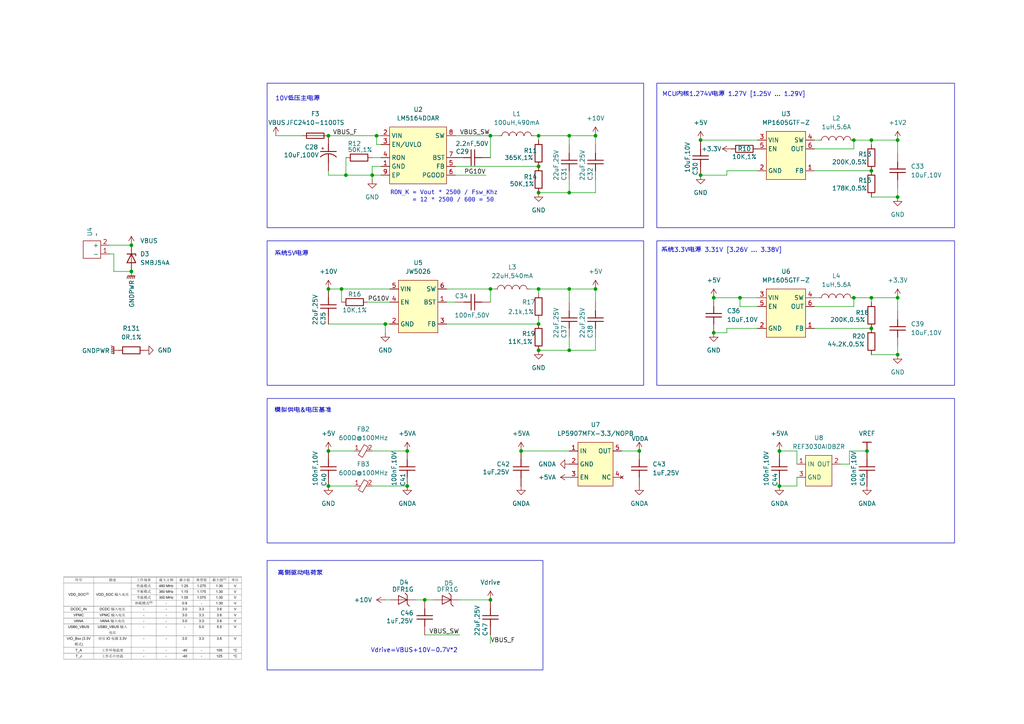
<source format=kicad_sch>
(kicad_sch (version 20250114) (generator "eeschema") (generator_version "9.0")
  (paper "A4")
  (rectangle (start 77.47 162.56) (end 157.48 194.31))
  (rectangle (start 77.47 115.57) (end 276.86 157.48))
  (rectangle (start 190.5 24.13) (end 276.86 66.04))
  (rectangle (start 190.5 69.85) (end 276.86 111.76))
  (rectangle (start 77.47 69.85) (end 186.69 111.76))
  (rectangle (start 77.47 24.13) (end 186.69 66.04))
  (text "10V低压主电源" (at 86.36 28.702 0) (effects (font (size 1.27 1.27))))
  (text "Vdrive=VBUS+10V-0.7V*2" (at 120.142 188.722 0) (effects (font (size 1.27 1.27))))
  (text "MCU内核1.274V电源 1.27V [1.25V ... 1.29V]" (at 212.852 27.432 0) (effects (font (size 1.27 1.27))))
  (text "高侧驱动电荷泵" (at 87.122 166.37 0) (effects (font (size 1.27 1.27))))
  (text "RON_K = Vout * 2500 / Fsw_Khz\n      = 12 * 2500 / 600 = 50" (exclude_from_sim yes) (at 113.284 57.404 0) (effects (font (size 1.27 1.27)) (justify left)))
  (text "模拟供电&电压基准" (at 87.884 119.126 0) (effects (font (size 1.27 1.27))))
  (text "系统3.3V电源 3.31V [3.26V ... 3.38V]" (at 209.296 72.644 0) (effects (font (size 1.27 1.27))))
  (text "系统5V电源" (at 84.582 73.66 0) (effects (font (size 1.27 1.27))))
  (junction (at 156.21 39.37))
  (junction (at 260.35 86.36))
  (junction (at 123.19 173.99))
  (junction (at 260.35 40.64))
  (junction (at 95.25 39.37))
  (junction (at 38.1 78.74))
  (junction (at 172.72 39.37))
  (junction (at 252.73 40.64))
  (junction (at 247.65 40.64))
  (junction (at 107.95 50.8))
  (junction (at 165.1 39.37))
  (junction (at 226.06 130.81))
  (junction (at 95.25 130.81))
  (junction (at 207.01 96.52))
  (junction (at 172.72 83.82))
  (junction (at 151.13 130.81))
  (junction (at 99.06 83.82))
  (junction (at 95.25 140.97))
  (junction (at 260.35 102.87))
  (junction (at 214.63 86.36))
  (junction (at 109.22 39.37))
  (junction (at 252.73 49.53))
  (junction (at 156.21 101.6))
  (junction (at 118.11 130.81))
  (junction (at 260.35 57.15))
  (junction (at 38.1 71.12))
  (junction (at 156.21 93.98))
  (junction (at 111.76 93.98))
  (junction (at 165.1 83.82))
  (junction (at 207.01 86.36))
  (junction (at 251.46 130.81))
  (junction (at 142.24 39.37))
  (junction (at 156.21 83.82))
  (junction (at 226.06 140.97))
  (junction (at 142.24 173.99))
  (junction (at 203.2 50.8))
  (junction (at 165.1 55.88))
  (junction (at 252.73 95.25))
  (junction (at 185.42 130.81))
  (junction (at 118.11 140.97))
  (junction (at 203.2 40.64))
  (junction (at 165.1 101.6))
  (junction (at 252.73 86.36))
  (junction (at 247.65 86.36))
  (junction (at 142.24 83.82))
  (junction (at 100.33 50.8))
  (junction (at 95.25 83.82))
  (junction (at 156.21 48.26))
  (junction (at 156.21 55.88))
  (wire (pts (xy 165.1 39.37) (xy 172.72 39.37)))
  (wire (pts (xy 143.51 83.82) (xy 142.24 83.82)))
  (wire (pts (xy 226.06 130.81) (xy 231.14 130.81)))
  (wire (pts (xy 165.1 101.6) (xy 165.1 97.79)))
  (wire (pts (xy 156.21 55.88) (xy 165.1 55.88)))
  (wire (pts (xy 144.78 39.37) (xy 142.24 39.37)))
  (wire (pts (xy 102.87 140.97) (xy 95.25 140.97)))
  (wire (pts (xy 247.65 88.9) (xy 247.65 86.36)))
  (wire (pts (xy 142.24 186.69) (xy 142.24 184.15)))
  (wire (pts (xy 99.06 83.82) (xy 113.03 83.82)))
  (wire (pts (xy 142.24 39.37) (xy 142.24 45.72)))
  (wire (pts (xy 236.22 95.25) (xy 252.73 95.25)))
  (wire (pts (xy 132.08 48.26) (xy 156.21 48.26)))
  (wire (pts (xy 210.82 50.8) (xy 203.2 50.8)))
  (wire (pts (xy 260.35 90.17) (xy 260.35 86.36)))
  (wire (pts (xy 154.94 39.37) (xy 156.21 39.37)))
  (wire (pts (xy 219.71 95.25) (xy 210.82 95.25)))
  (wire (pts (xy 110.49 41.91) (xy 109.22 41.91)))
  (wire (pts (xy 252.73 102.87) (xy 260.35 102.87)))
  (wire (pts (xy 125.73 173.99) (xy 123.19 173.99)))
  (wire (pts (xy 156.21 40.64) (xy 156.21 39.37)))
  (wire (pts (xy 111.76 173.99) (xy 113.03 173.99)))
  (wire (pts (xy 214.63 86.36) (xy 214.63 88.9)))
  (wire (pts (xy 203.2 40.64) (xy 219.71 40.64)))
  (wire (pts (xy 180.34 130.81) (xy 185.42 130.81)))
  (wire (pts (xy 165.1 87.63) (xy 165.1 83.82)))
  (wire (pts (xy 132.08 50.8) (xy 140.97 50.8)))
  (wire (pts (xy 142.24 83.82) (xy 142.24 87.63)))
  (wire (pts (xy 172.72 52.07) (xy 172.72 55.88)))
  (wire (pts (xy 123.19 184.15) (xy 133.35 184.15)))
  (wire (pts (xy 247.65 86.36) (xy 252.73 86.36)))
  (wire (pts (xy 107.95 45.72) (xy 110.49 45.72)))
  (wire (pts (xy 251.46 130.81) (xy 246.38 130.81)))
  (wire (pts (xy 33.02 78.74) (xy 33.02 73.66)))
  (wire (pts (xy 109.22 39.37) (xy 110.49 39.37)))
  (wire (pts (xy 109.22 41.91) (xy 109.22 39.37)))
  (wire (pts (xy 110.49 48.26) (xy 107.95 48.26)))
  (wire (pts (xy 252.73 87.63) (xy 252.73 86.36)))
  (wire (pts (xy 33.02 73.66) (xy 31.75 73.66)))
  (wire (pts (xy 246.38 130.81) (xy 246.38 134.62)))
  (wire (pts (xy 95.25 83.82) (xy 99.06 83.82)))
  (wire (pts (xy 129.54 87.63) (xy 132.08 87.63)))
  (wire (pts (xy 260.35 57.15) (xy 260.35 54.61)))
  (wire (pts (xy 99.06 87.63) (xy 99.06 83.82)))
  (wire (pts (xy 210.82 96.52) (xy 207.01 96.52)))
  (wire (pts (xy 247.65 43.18) (xy 247.65 40.64)))
  (wire (pts (xy 172.72 41.91) (xy 172.72 39.37)))
  (wire (pts (xy 207.01 86.36) (xy 214.63 86.36)))
  (wire (pts (xy 252.73 86.36) (xy 260.35 86.36)))
  (wire (pts (xy 38.1 78.74) (xy 33.02 78.74)))
  (wire (pts (xy 236.22 88.9) (xy 247.65 88.9)))
  (wire (pts (xy 214.63 88.9) (xy 219.71 88.9)))
  (wire (pts (xy 107.95 140.97) (xy 118.11 140.97)))
  (wire (pts (xy 219.71 49.53) (xy 210.82 49.53)))
  (wire (pts (xy 236.22 43.18) (xy 247.65 43.18)))
  (wire (pts (xy 252.73 57.15) (xy 260.35 57.15)))
  (wire (pts (xy 120.65 173.99) (xy 123.19 173.99)))
  (wire (pts (xy 129.54 83.82) (xy 142.24 83.82)))
  (wire (pts (xy 95.25 49.53) (xy 95.25 50.8)))
  (wire (pts (xy 151.13 130.81) (xy 165.1 130.81)))
  (wire (pts (xy 100.33 50.8) (xy 107.95 50.8)))
  (wire (pts (xy 252.73 41.91) (xy 252.73 40.64)))
  (wire (pts (xy 226.06 140.97) (xy 231.14 140.97)))
  (wire (pts (xy 236.22 49.53) (xy 252.73 49.53)))
  (wire (pts (xy 165.1 83.82) (xy 172.72 83.82)))
  (wire (pts (xy 113.03 93.98) (xy 111.76 93.98)))
  (wire (pts (xy 106.68 87.63) (xy 113.03 87.63)))
  (wire (pts (xy 156.21 39.37) (xy 165.1 39.37)))
  (wire (pts (xy 102.87 130.81) (xy 95.25 130.81)))
  (wire (pts (xy 237.49 86.36) (xy 236.22 86.36)))
  (wire (pts (xy 231.14 140.97) (xy 231.14 138.43)))
  (wire (pts (xy 260.35 102.87) (xy 260.35 100.33)))
  (wire (pts (xy 38.1 71.12) (xy 31.75 71.12)))
  (wire (pts (xy 260.35 44.45) (xy 260.35 40.64)))
  (wire (pts (xy 107.95 130.81) (xy 118.11 130.81)))
  (wire (pts (xy 156.21 83.82) (xy 165.1 83.82)))
  (wire (pts (xy 210.82 95.25) (xy 210.82 96.52)))
  (wire (pts (xy 172.72 83.82) (xy 172.72 87.63)))
  (wire (pts (xy 165.1 55.88) (xy 172.72 55.88)))
  (wire (pts (xy 95.25 93.98) (xy 111.76 93.98)))
  (wire (pts (xy 153.67 83.82) (xy 156.21 83.82)))
  (wire (pts (xy 107.95 48.26) (xy 107.95 50.8)))
  (wire (pts (xy 214.63 86.36) (xy 219.71 86.36)))
  (wire (pts (xy 95.25 39.37) (xy 109.22 39.37)))
  (wire (pts (xy 165.1 52.07) (xy 165.1 55.88)))
  (wire (pts (xy 107.95 50.8) (xy 107.95 52.07)))
  (wire (pts (xy 129.54 93.98) (xy 156.21 93.98)))
  (wire (pts (xy 247.65 40.64) (xy 252.73 40.64)))
  (wire (pts (xy 165.1 101.6) (xy 172.72 101.6)))
  (wire (pts (xy 156.21 93.98) (xy 156.21 92.71)))
  (wire (pts (xy 95.25 50.8) (xy 100.33 50.8)))
  (wire (pts (xy 156.21 83.82) (xy 156.21 85.09)))
  (wire (pts (xy 172.72 101.6) (xy 172.72 97.79)))
  (wire (pts (xy 231.14 130.81) (xy 231.14 134.62)))
  (wire (pts (xy 100.33 45.72) (xy 100.33 50.8)))
  (wire (pts (xy 107.95 50.8) (xy 110.49 50.8)))
  (wire (pts (xy 111.76 93.98) (xy 111.76 96.52)))
  (wire (pts (xy 246.38 134.62) (xy 243.84 134.62)))
  (wire (pts (xy 210.82 49.53) (xy 210.82 50.8)))
  (wire (pts (xy 132.08 39.37) (xy 142.24 39.37)))
  (wire (pts (xy 156.21 101.6) (xy 165.1 101.6)))
  (wire (pts (xy 133.35 173.99) (xy 142.24 173.99)))
  (wire (pts (xy 165.1 41.91) (xy 165.1 39.37)))
  (wire (pts (xy 237.49 40.64) (xy 236.22 40.64)))
  (wire (pts (xy 252.73 40.64) (xy 260.35 40.64)))
  (wire (pts (xy 80.01 39.37) (xy 87.63 39.37)))
  (image (at 44.45 179.07) (scale 0.467005))
  (label "VBUS_SW" (at 133.35 39.37 0))
  (label "PG10V" (at 106.68 87.63 0))
  (label "VBUS_F" (at 142.24 186.69 0))
  (label "VBUS_SW" (at 124.46 184.15 0))
  (label "VBUS_F" (at 96.52 39.37 0))
  (label "PG10V" (at 134.62 50.8 0))
  (symbol (lib_id "power:VBUS") (at 38.1 71.12 0) (unit 1)
    (property "Reference" "#PWR042" (effects (hide yes)))
    (property "Value" "VBUS" (at 40.64 69.8499 0) (effects (justify left)))
    (property "Description" "Power symbol creates a global label with name \"VBUS\"" (effects (hide yes)))
  )
  (symbol (lib_id "power:+5V") (at 95.25 130.81 0) (unit 1)
    (property "Reference" "#PWR052" (effects (hide yes)))
    (property "Value" "+5V" (at 95.25 125.73 0))
    (property "Description" "Power symbol creates a global label with name \"+5V\"" (effects (hide yes)))
  )
  (symbol (lib_id "power:+5V") (at 207.01 86.36 0) (unit 1)
    (property "Reference" "#PWR046" (effects (hide yes)))
    (property "Value" "+5V" (at 207.01 81.28 0))
    (property "Description" "Power symbol creates a global label with name \"+5V\"" (effects (hide yes)))
  )
  (symbol (lib_id "HPM6280Foc:REF3030AIDBZR") (at 233.68 132.08 0) (unit 1)
    (property "Reference" "U8" (at 237.49 127 0))
    (property "Value" "REF3030AIDBZR" (at 237.49 129.54 0))
    (property "Footprint" "Package_TO_SOT_SMD:SOT-23-3" (effects (hide yes)))
    (property "Datasheet" "https://www.ti.com.cn/cn/lit/ds/symlink/ref30.pdf?ts=1749214506653&ref_url=https%253A%252F%252Fwww.ti.com.cn%252Fproduct%252Fcn%252FREF30" (effects (hide yes)))
    (property "Description" "采用 SOT-23-3 封装的 REF30xx 50ppm/°C（最大值）、50μA、CMOS 电压基准" (effects (hide yes)))
    (property "华秋编号" "G0086410" (effects (hide yes)))
    (property "立创编号" "C38423" (effects (hide yes)))
  )
  (symbol (lib_id "HPM6280Foc:MP1605GTF-Z") (at 222.25 38.1 0) (unit 1)
    (property "Reference" "U3" (at 227.965 33.02 0))
    (property "Value" "MP1605GTF-Z" (at 227.965 35.56 0))
    (property "Footprint" "Package_TO_SOT_SMD:SOT-563" (effects (hide yes)))
    (property "Datasheet" "https://www.monolithicpower.cn/cn/mp1605.html" (effects (hide yes)))
    (property "Description" "2A、5.5V、2.2MHz 同步降压变换器，具有 11µA 低静态电流，采用 SOT563 封装" (effects (hide yes)))
    (property "华秋编号" "G4613853" (effects (hide yes)))
  )
  (symbol (lib_id "HPM6280Foc:FNR4030S101MT") (at 149.86 39.37 0) (unit 1)
    (property "Reference" "L1" (at 149.86 33.02 0))
    (property "Value" "100uH,490mA" (at 149.86 35.56 0))
    (property "Footprint" "Inductor_SMD:L_Changjiang_FNR4030S" (effects (hide yes)))
    (property "Datasheet" "https://atta.szlcsc.com/upload/public/pdf/source/20190327/C167925_9EFF0AABC4CA629C2CC95961DBF7D39D.pdf" (effects (hide yes)))
    (property "Description" "100uH 20%, 额定电流 490mA, 饱和电流 730mA, 直流电阻 1.495Ω" (effects (hide yes)))
    (property "立创编号" "C167896" (effects (hide yes)))
  )
  (symbol (lib_id "power:+1V2") (at 260.35 40.64 0) (unit 1)
    (property "Reference" "#PWR036" (effects (hide yes)))
    (property "Value" "+1V2" (at 260.35 35.56 0))
    (property "Description" "Power symbol creates a global label with name \"+1V2\"" (effects (hide yes)))
  )
  (symbol (lib_id "HPM6280Foc:JFC2410-1100TS") (at 91.44 39.37 90) (unit 1)
    (property "Reference" "F3" (at 91.44 33.02 90))
    (property "Value" "JFC2410-1100TS" (at 91.44 35.56 90))
    (property "Footprint" "Library:JFC2410" (effects (hide yes)))
    (property "Datasheet" "https://item.szlcsc.com/datasheet/JFC2410-1100TS/147695.html?spm=sc.it.xds.a___sc.cidn.xh7.zy.n&lcsc_vid=RFRfBVcDE1AKVwFQFlNZVFdVEVVeBlJXT1hWXgUERFUxVlNTRlZWVVFRTlldXztW" (effects (hide yes)))
    (property "Description" "250V贴片式保险丝" (effects (hide yes)))
    (property "立创编号" "C136380" (effects (hide yes)))
  )
  (symbol (lib_id "HPM6280Foc:MP1605GTF-Z") (at 222.25 83.82 0) (unit 1)
    (property "Reference" "U6" (at 227.965 78.74 0))
    (property "Value" "MP1605GTF-Z" (at 227.965 81.28 0))
    (property "Footprint" "Package_TO_SOT_SMD:SOT-563" (effects (hide yes)))
    (property "Datasheet" "https://www.monolithicpower.cn/cn/mp1605.html" (effects (hide yes)))
    (property "Description" "2A、5.5V、2.2MHz 同步降压变换器，具有 11µA 低静态电流，采用 SOT563 封装" (effects (hide yes)))
    (property "华秋编号" "G4613853" (effects (hide yes)))
  )
  (symbol (lib_id "HPM6280Foc:CL05A105KA5NQNC") (at 123.19 179.07 90) (unit 1)
    (property "Reference" "C46" (at 116.078 177.8 90) (effects (justify right)))
    (property "Value" "1uF,25V" (at 112.014 180.086 90) (effects (justify right)))
    (property "Footprint" "Capacitor_SMD:C_0402_1005Metric" (effects (hide yes)))
    (property "制造商" "SAMSUNG(三星)" (effects (hide yes)))
    (property "华秋编号" "G0023341" (effects (hide yes)))
    (property "立创编号" "C52923" (effects (hide yes)))
  )
  (symbol (lib_id "HPM6280Foc:0402WGF1102TCE") (at 156.21 97.79 90) (unit 1)
    (property "Reference" "R19" (at 151.384 96.774 90) (effects (justify right)))
    (property "Value" "11K,1%" (at 147.32 99.06 90) (effects (justify right)))
    (property "Footprint" "Resistor_SMD:R_0402_1005Metric" (effects (hide yes)))
    (property "制造商" "UNI-ROYAL(厚声)" (effects (hide yes)))
    (property "华秋编号" "G0068206" (effects (hide yes)))
    (property "立创编号" "C25749" (effects (hide yes)))
  )
  (symbol (lib_id "power:+5VA") (at 151.13 130.81 0) (unit 1)
    (property "Reference" "#PWR054" (effects (hide yes)))
    (property "Value" "+5VA" (at 151.13 125.73 0))
    (property "Description" "Power symbol creates a global label with name \"+5VA\"" (effects (hide yes)))
  )
  (symbol (lib_id "HPM6280Foc:RC0201DR-07200KL") (at 252.73 45.72 90) (unit 1)
    (property "Reference" "R13" (at 248.92 44.704 90) (effects (justify right)))
    (property "Value" "200K,0.5%" (at 246.38 46.99 90))
    (property "Footprint" "Resistor_SMD:R_0201_0603Metric" (effects (hide yes)))
    (property "Datasheet" "https://item.szlcsc.com/datasheet/RC0201DR-07200KL/911994.html?spm=sc.it.xds.a___sc.cidn.xh2.zy.n&lcsc_vid=RFBZU1BXFlVXXwIAFldZUQYEEwRfUwFQQVdcX1JeQ1cxVlNSTldbUVNeRVNbXjtW" (effects (hide yes)))
    (property "Description" "厚膜电阻 200kΩ ±0.5% 50mW" (effects (hide yes)))
    (property "Sim.Device" "R" (effects (hide yes)))
    (property "Sim.Type" "=" (effects (hide yes)))
    (property "Sim.Params" "r=2000000" (effects (hide yes)))
    (property "Sim.Pins" "1=+ 2=-" (effects (hide yes)))
    (property "立创编号" "C851676" (effects (hide yes)))
  )
  (symbol (lib_id "power:GND") (at 156.21 101.6 0) (unit 1)
    (property "Reference" "#PWR050" (effects (hide yes)))
    (property "Value" "GND" (at 156.21 106.68 0))
    (property "Description" "Power symbol creates a global label with name \"GND\" , ground" (effects (hide yes)))
  )
  (symbol (lib_id "HPM6280Foc:CL21A226MAYNNNE") (at 165.1 92.71 90) (unit 1)
    (property "Reference" "C37" (at 163.576 94.234 0) (effects (justify right)))
    (property "Value" "22uF,25V" (at 161.29 89.154 0) (effects (justify right)))
    (property "Footprint" "Capacitor_SMD:C_0805_2012Metric" (effects (hide yes)))
    (property "制造商" "SAMSUNG(三星)" (effects (hide yes)))
    (property "华秋编号" "G4648622" (effects (hide yes)))
    (property "立创编号" "C602037" (effects (hide yes)))
  )
  (symbol (lib_id "HPM6280Foc:RC0201DR-07200KL") (at 252.73 91.44 90) (unit 1)
    (property "Reference" "R18" (at 248.158 90.678 90) (effects (justify right)))
    (property "Value" "200K,0.5%" (at 245.872 92.71 90))
    (property "Footprint" "Resistor_SMD:R_0201_0603Metric" (effects (hide yes)))
    (property "Datasheet" "https://item.szlcsc.com/datasheet/RC0201DR-07200KL/911994.html?spm=sc.it.xds.a___sc.cidn.xh2.zy.n&lcsc_vid=RFBZU1BXFlVXXwIAFldZUQYEEwRfUwFQQVdcX1JeQ1cxVlNSTldbUVNeRVNbXjtW" (effects (hide yes)))
    (property "Description" "厚膜电阻 200kΩ ±0.5% 50mW" (effects (hide yes)))
    (property "Sim.Device" "R" (effects (hide yes)))
    (property "Sim.Type" "=" (effects (hide yes)))
    (property "Sim.Params" "r=2000000" (effects (hide yes)))
    (property "Sim.Pins" "1=+ 2=-" (effects (hide yes)))
    (property "立创编号" "C851676" (effects (hide yes)))
  )
  (symbol (lib_id "HPM6280Foc:CL05A106MP5NUNC") (at 203.2 45.72 90) (unit 1)
    (property "Reference" "C30" (at 201.676 46.99 0) (effects (justify right)))
    (property "Value" "10uF,10V" (at 199.39 41.148 0) (effects (justify right)))
    (property "Footprint" "Capacitor_SMD:C_0402_1005Metric" (effects (hide yes)))
    (property "Datasheet" "https://atta.szlcsc.com/upload/public/pdf/source/20231220/1EF805BAE1520675928CC4638D279E74.pdf" (effects (hide yes)))
    (property "华秋编号" "G0022855" (effects (hide yes)))
    (property "立创编号" "C315248" (effects (hide yes)))
  )
  (symbol (lib_id "HPM6280Foc:CL21A226MAYNNNE") (at 172.72 46.99 90) (unit 1)
    (property "Reference" "C32" (at 171.196 48.514 0) (effects (justify right)))
    (property "Value" "22uF,25V" (at 168.91 43.434 0) (effects (justify right)))
    (property "Footprint" "Capacitor_SMD:C_0805_2012Metric" (effects (hide yes)))
    (property "制造商" "SAMSUNG(三星)" (effects (hide yes)))
    (property "华秋编号" "G4648622" (effects (hide yes)))
    (property "立创编号" "C602037" (effects (hide yes)))
  )
  (symbol (lib_id "HPM6280Foc:DFR1G") (at 116.84 173.99 180) (unit 1)
    (property "Reference" "D4" (at 115.824 168.91 0) (effects (justify right)))
    (property "Value" "DFR1G" (at 116.84 170.942 0))
    (property "Footprint" "Diode_SMD:D_SOD-123" (effects (hide yes)))
    (property "Datasheet" "https://item.szlcsc.com/datasheet/DFR1G/988125.html?spm=sc.it.xds.a___sc.gbn.xh2.zy.t&lcsc_vid=RFBZU1BXFlVXXwIAFldZUQYEEwRfUwFQQVdcX1JeQ1cxVlNSTlJYXlRUQFVaUTsOAxUeFF5JWBIBSRccGwIdBEoFGAxBAAgJFQACSQwSGg0%3D" (effects (hide yes)))
    (property "Description" "快恢复/高效率二极管 1A 400V 150ns" (effects (hide yes)))
    (property "立创编号" "C915612" (effects (hide yes)))
  )
  (symbol (lib_id "HPM6280Foc:FTC252012S1R0MBCA") (at 242.57 40.64 0) (unit 1)
    (property "Reference" "L2" (at 242.57 34.29 0))
    (property "Value" "1uH,5.6A" (at 242.57 36.83 0))
    (property "Footprint" "Inductor_SMD:L_Changjiang_FNR252012S" (effects (hide yes)))
    (property "Datasheet" "https://atta.szlcsc.com/upload/public/pdf/source/20240918/5AD8A1A0D9C2859F32750FF2CC514AFA.pdf?Expires=4070880000&OSSAccessKeyId=LTAIJDIkh7KmGS1H&Signature=eqZS0TbNmJvnt42LNOBqcLcFTVQ%3D&response-content-disposition=attachment%3Bfilename%3DC5832370_%25E5%258A%259F%25E7%258E%2587%25E7%2594%25B5%25E6%2584%259F_FTC252012S1R0MBCA_%25E8%25A7%2584%25E6%25A0%25BC%25E4%25B9%25A6_WJ1228177.PDF" (effects (hide yes)))
    (property "Description" "小型化一体成型T-CORE，小体积，扁线工艺，感值小" (effects (hide yes)))
    (property "Sim.Device" "L" (effects (hide yes)))
    (property "Sim.Type" "=" (effects (hide yes)))
    (property "Sim.Params" "l=0.000001" (effects (hide yes)))
    (property "Sim.Pins" "1=+ 2=-" (effects (hide yes)))
    (property "华秋编号" "G6636520" (effects (hide yes)))
    (property "立创编号" "C5832370" (effects (hide yes)))
  )
  (symbol (lib_id "HPM6280Foc:BLM15PX601SN1D") (at 105.41 140.97 0) (unit 1)
    (property "Reference" "FB3" (at 105.3719 134.62 0))
    (property "Value" "600Ω@100MHz" (at 105.3719 137.16 0))
    (property "Footprint" "Inductor_SMD:L_0402_1005Metric" (effects (hide yes)))
    (property "Datasheet" "https://item.szlcsc.com/datasheet/BLM15PX601SN1D/172358.html?spm=sc.it.xds.a___sc.gbn.xh1.zy.n&lcsc_vid=RFRfBVcDE1AKVwFQFlNZVFdVEVVeBlJXT1hWXgUERFUxVlNSTlNcUFNTRFVcUDsOAxUeFF5JWAgaAglIBBsCBBcFWQIBCks%3D" (effects (hide yes)))
    (property "Description" "单路 0402磁珠 阻抗600Ω@100MHz" (effects (hide yes)))
    (property "华秋编号" "G0048586" (effects (hide yes)))
    (property "立创编号" "C160977" (effects (hide yes)))
  )
  (symbol (lib_id "power:GNDPWR") (at 34.29 101.6 270) (unit 1)
    (property "Reference" "#PWR0320" (effects (hide yes)))
    (property "Value" "GNDPWR" (at 27.813 101.727 90))
    (property "Description" "Power symbol creates a global label with name \"GNDPWR\" , global ground" (effects (hide yes)))
  )
  (symbol (lib_id "HPM6280Foc:CC0603KRX7R9BB104") (at 137.16 87.63 0) (unit 1)
    (property "Reference" "C34" (at 133.858 85.852 0))
    (property "Value" "100nF,50V" (at 136.906 91.44 0))
    (property "Footprint" "Capacitor_SMD:C_0603_1608Metric" (effects (hide yes)))
    (property "制造商" "YAGEO(国巨)" (effects (hide yes)))
    (property "华秋编号" "G0045361" (effects (hide yes)))
    (property "立创编号" "C14663" (effects (hide yes)))
  )
  (symbol (lib_id "power:+3.3V") (at 260.35 86.36 0) (unit 1)
    (property "Reference" "#PWR047" (effects (hide yes)))
    (property "Value" "+3.3V" (at 260.35 81.28 0))
    (property "Description" "Power symbol creates a global label with name \"+3.3V\"" (effects (hide yes)))
  )
  (symbol (lib_id "HPM6280Foc:0402WGF3653TCE") (at 156.21 44.45 270) (unit 1)
    (property "Reference" "R11" (at 151.892 43.688 90) (effects (justify left)))
    (property "Value" "365K,1%" (at 146.304 45.72 90) (effects (justify left)))
    (property "Footprint" "Resistor_SMD:R_0402_1005Metric" (effects (hide yes)))
    (property "Datasheet" "https://item.szlcsc.com/datasheet/0402WGF3653TCE/27755.html?spm=sc.it.xds.a___sc.cidn.xh2.zy.n&lcsc_vid=RFRfBVcDE1AKVwFQFlNZVFdVEVVeBlJXT1hWXgUERFUxVlNSTlNcVFZSQFRaUDsOAxUeFF5JWAgaAglIBBsCBBcFWQIBCks%3D" (effects (hide yes)))
    (property "Description" "365kΩ ±1% 62.5mW 厚膜电阻" (effects (hide yes)))
    (property "华秋编号" "G3704216" (effects (hide yes)))
    (property "立创编号" "C27006" (effects (hide yes)))
  )
  (symbol (lib_id "HPM6280Foc:DFR1G") (at 129.54 173.99 180) (unit 1)
    (property "Reference" "D5" (at 128.778 169.164 0) (effects (justify right)))
    (property "Value" "DFR1G" (at 129.794 170.942 0))
    (property "Footprint" "Diode_SMD:D_SOD-123" (effects (hide yes)))
    (property "Datasheet" "https://item.szlcsc.com/datasheet/DFR1G/988125.html?spm=sc.it.xds.a___sc.gbn.xh2.zy.t&lcsc_vid=RFBZU1BXFlVXXwIAFldZUQYEEwRfUwFQQVdcX1JeQ1cxVlNSTlJYXlRUQFVaUTsOAxUeFF5JWBIBSRccGwIdBEoFGAxBAAgJFQACSQwSGg0%3D" (effects (hide yes)))
    (property "Description" "快恢复/高效率二极管 1A 400V 150ns" (effects (hide yes)))
    (property "立创编号" "C915612" (effects (hide yes)))
  )
  (symbol (lib_id "HPM6280Foc:BLM15PX601SN1D") (at 105.41 130.81 0) (unit 1)
    (property "Reference" "FB2" (at 105.3719 124.46 0))
    (property "Value" "600Ω@100MHz" (at 105.3719 127 0))
    (property "Footprint" "Inductor_SMD:L_0402_1005Metric" (effects (hide yes)))
    (property "Datasheet" "https://item.szlcsc.com/datasheet/BLM15PX601SN1D/172358.html?spm=sc.it.xds.a___sc.gbn.xh1.zy.n&lcsc_vid=RFRfBVcDE1AKVwFQFlNZVFdVEVVeBlJXT1hWXgUERFUxVlNSTlNcUFNTRFVcUDsOAxUeFF5JWAgaAglIBBsCBBcFWQIBCks%3D" (effects (hide yes)))
    (property "Description" "单路 0402磁珠 阻抗600Ω@100MHz" (effects (hide yes)))
    (property "华秋编号" "G0048586" (effects (hide yes)))
    (property "立创编号" "C160977" (effects (hide yes)))
  )
  (symbol (lib_id "HPM6280Foc:CL05A106MP5NUNC") (at 260.35 49.53 90) (unit 1)
    (property "Reference" "C33" (at 264.16 48.2599 90) (effects (justify right)))
    (property "Value" "10uF,10V" (at 264.16 50.7999 90) (effects (justify right)))
    (property "Footprint" "Capacitor_SMD:C_0402_1005Metric" (effects (hide yes)))
    (property "Datasheet" "https://atta.szlcsc.com/upload/public/pdf/source/20231220/1EF805BAE1520675928CC4638D279E74.pdf" (effects (hide yes)))
    (property "华秋编号" "G0022855" (effects (hide yes)))
    (property "立创编号" "C315248" (effects (hide yes)))
  )
  (symbol (lib_id "HPM6280Foc:CL05A105KA5NQNC") (at 151.13 135.89 90) (unit 1)
    (property "Reference" "C42" (at 144.018 134.62 90) (effects (justify right)))
    (property "Value" "1uF,25V" (at 139.954 136.906 90) (effects (justify right)))
    (property "Footprint" "Capacitor_SMD:C_0402_1005Metric" (effects (hide yes)))
    (property "制造商" "SAMSUNG(三星)" (effects (hide yes)))
    (property "华秋编号" "G0023341" (effects (hide yes)))
    (property "立创编号" "C52923" (effects (hide yes)))
  )
  (symbol (lib_id "HPM6280Foc:CL05A105KA5NQNC") (at 185.42 135.89 90) (unit 1)
    (property "Reference" "C43" (at 189.23 134.6199 90) (effects (justify right)))
    (property "Value" "1uF,25V" (at 189.23 137.1599 90) (effects (justify right)))
    (property "Footprint" "Capacitor_SMD:C_0402_1005Metric" (effects (hide yes)))
    (property "制造商" "SAMSUNG(三星)" (effects (hide yes)))
    (property "华秋编号" "G0023341" (effects (hide yes)))
    (property "立创编号" "C52923" (effects (hide yes)))
  )
  (symbol (lib_id "power:GND") (at 203.2 50.8 0) (unit 1)
    (property "Reference" "#PWR038" (effects (hide yes)))
    (property "Value" "GND" (at 203.2 55.88 0))
    (property "Description" "Power symbol creates a global label with name \"GND\" , ground" (effects (hide yes)))
  )
  (symbol (lib_id "power:GND") (at 111.76 96.52 0) (unit 1)
    (property "Reference" "#PWR048" (effects (hide yes)))
    (property "Value" "GND" (at 111.76 101.6 0))
    (property "Description" "Power symbol creates a global label with name \"GND\" , ground" (effects (hide yes)))
  )
  (symbol (lib_id "HPM6280Foc:GRM033R61A104KE15D") (at 251.46 135.89 90) (unit 1)
    (property "Reference" "C45" (at 250.19 137.16 0) (effects (justify right)))
    (property "Value" "100nF,10V" (at 247.65 130.81 0) (effects (justify right)))
    (property "Footprint" "Capacitor_SMD:C_0201_0603Metric" (effects (hide yes)))
    (property "制造商" "muRata(村田)" (effects (hide yes)))
    (property "华秋编号" "G0049504" (effects (hide yes)))
    (property "立创编号" "C76934" (effects (hide yes)))
  )
  (symbol (lib_id "power:GND") (at 107.95 52.07 0) (unit 1)
    (property "Reference" "#PWR039" (effects (hide yes)))
    (property "Value" "GND" (at 107.95 57.15 0))
    (property "Description" "Power symbol creates a global label with name \"GND\" , ground" (effects (hide yes)))
  )
  (symbol (lib_id "HPM6280Foc:RTT025002FTH") (at 156.21 52.07 90) (mirror x) (unit 1)
    (property "Reference" "R14" (at 151.892 51.308 90) (effects (justify right)))
    (property "Value" "50K,1%" (at 147.828 53.34 90) (effects (justify right)))
    (property "Footprint" "Resistor_SMD:R_0402_1005Metric" (effects (hide yes)))
    (property "Datasheet" "https://item.szlcsc.com/datasheet/RTT025002FTH/177942.html?spm=sc.it.xds.a___sc.cidn.xh3.zy.n&lcsc_vid=RFRfBVcDE1AKVwFQFlNZVFdVEVVeBlJXT1hWXgUERFUxVlNSTlNcVldfT1VbXjsOAxUeFF5JWA0HFBBIBBsCBBcFWQIBCks%3D" (effects (hide yes)))
    (property "Description" "厚膜电阻 50kΩ ±1% 62.5mW" (effects (hide yes)))
    (property "华秋编号" "G4691569" (effects (hide yes)))
    (property "立创编号" "C166559" (effects (hide yes)))
  )
  (symbol (lib_id "HPM6280Foc:CL21A226MAYNNNE") (at 165.1 46.99 90) (unit 1)
    (property "Reference" "C31" (at 163.576 48.514 0) (effects (justify right)))
    (property "Value" "22uF,25V" (at 161.29 43.434 0) (effects (justify right)))
    (property "Footprint" "Capacitor_SMD:C_0805_2012Metric" (effects (hide yes)))
    (property "制造商" "SAMSUNG(三星)" (effects (hide yes)))
    (property "华秋编号" "G4648622" (effects (hide yes)))
    (property "立创编号" "C602037" (effects (hide yes)))
  )
  (symbol (lib_id "power:Vdrive") (at 142.24 173.99 0) (unit 1)
    (property "Reference" "#PWR067" (effects (hide yes)))
    (property "Value" "Vdrive" (at 142.24 168.91 0))
    (property "Description" "Power symbol creates a global label with name \"Vdrive\"" (effects (hide yes)))
  )
  (symbol (lib_id "power:+5V") (at 172.72 83.82 0) (unit 1)
    (property "Reference" "#PWR045" (effects (hide yes)))
    (property "Value" "+5V" (at 172.72 78.74 0))
    (property "Description" "Power symbol creates a global label with name \"+5V\"" (effects (hide yes)))
  )
  (symbol (lib_id "HPM6280Foc:0402WGF1002TCE") (at 102.87 87.63 0) (unit 1)
    (property "Reference" "R16" (at 102.87 85.344 0))
    (property "Value" "10K,1%" (at 102.87 89.916 0))
    (property "Footprint" "Resistor_SMD:R_0402_1005Metric" (effects (hide yes)))
    (property "Datasheet" "https://atta.szlcsc.com/upload/public/pdf/source/20200306/C422600_1E6D84923E4A46A82E41ADD87F860B5C.pdf" (effects (hide yes)))
    (property "制造商" "YAGEO(国巨)" (effects (hide yes)))
    (property "华秋编号" "G0063278" (effects (hide yes)))
    (property "立创编号" "C25744" (effects (hide yes)))
  )
  (symbol (lib_id "HPM6280Foc:0805W8F0000T5E") (at 38.1 101.6 0) (unit 1)
    (property "Reference" "R131" (at 38.1 95.25 0))
    (property "Value" "0R,1%" (at 38.1 97.79 0))
    (property "Footprint" "Resistor_SMD:R_0805_2012Metric" (effects (hide yes)))
    (property "华秋编号" "G0033201" (effects (hide yes)))
    (property "立创编号" "C17477" (effects (hide yes)))
  )
  (symbol (lib_id "power:GNDPWR") (at 38.1 78.74 0) (unit 1)
    (property "Reference" "#PWR043" (effects (hide yes)))
    (property "Value" "GNDPWR" (at 38.227 85.217 90))
    (property "Description" "Power symbol creates a global label with name \"GNDPWR\" , global ground" (effects (hide yes)))
  )
  (symbol (lib_id "HPM6280Foc:RTT025002FTH") (at 104.14 45.72 0) (mirror y) (unit 1)
    (property "Reference" "R12" (at 100.838 41.656 0) (effects (justify right)))
    (property "Value" "50K,1%" (at 100.838 43.434 0) (effects (justify right)))
    (property "Footprint" "Resistor_SMD:R_0402_1005Metric" (effects (hide yes)))
    (property "Datasheet" "https://item.szlcsc.com/datasheet/RTT025002FTH/177942.html?spm=sc.it.xds.a___sc.cidn.xh3.zy.n&lcsc_vid=RFRfBVcDE1AKVwFQFlNZVFdVEVVeBlJXT1hWXgUERFUxVlNSTlNcVldfT1VbXjsOAxUeFF5JWA0HFBBIBBsCBBcFWQIBCks%3D" (effects (hide yes)))
    (property "Description" "厚膜电阻 50kΩ ±1% 62.5mW" (effects (hide yes)))
    (property "华秋编号" "G4691569" (effects (hide yes)))
    (property "立创编号" "C166559" (effects (hide yes)))
  )
  (symbol (lib_id "power:GND") (at 207.01 96.52 0) (unit 1)
    (property "Reference" "#PWR049" (effects (hide yes)))
    (property "Value" "GND" (at 207.01 101.6 0))
    (property "Description" "Power symbol creates a global label with name \"GND\" , ground" (effects (hide yes)))
  )
  (symbol (lib_id "power:GNDA") (at 185.42 140.97 0) (unit 1)
    (property "Reference" "#PWR063" (effects (hide yes)))
    (property "Value" "GNDA" (at 185.42 146.05 0))
    (property "Description" "Power symbol creates a global label with name \"GNDA\" , analog ground" (effects (hide yes)))
  )
  (symbol (lib_id "power:+10V") (at 172.72 39.37 0) (unit 1)
    (property "Reference" "#PWR034" (effects (hide yes)))
    (property "Value" "+10V" (at 172.72 34.29 0))
    (property "Description" "Power symbol creates a global label with name \"+10V\"" (effects (hide yes)))
  )
  (symbol (lib_id "power:VBUS") (at 80.01 39.37 0) (unit 1)
    (property "Reference" "#PWR033" (effects (hide yes)))
    (property "Value" "VBUS" (at 77.724 35.56 0) (effects (justify left)))
    (property "Description" "Power symbol creates a global label with name \"VBUS\"" (effects (hide yes)))
  )
  (symbol (lib_id "HPM6280Foc:CL21A226MAYNNNE") (at 95.25 88.9 90) (unit 1)
    (property "Reference" "C35" (at 93.726 90.424 0) (effects (justify right)))
    (property "Value" "22uF,25V" (at 91.44 85.344 0) (effects (justify right)))
    (property "Footprint" "Capacitor_SMD:C_0805_2012Metric" (effects (hide yes)))
    (property "制造商" "SAMSUNG(三星)" (effects (hide yes)))
    (property "华秋编号" "G4648622" (effects (hide yes)))
    (property "立创编号" "C602037" (effects (hide yes)))
  )
  (symbol (lib_id "power:GNDA") (at 118.11 140.97 0) (unit 1)
    (property "Reference" "#PWR061" (effects (hide yes)))
    (property "Value" "GNDA" (at 118.11 146.05 0))
    (property "Description" "Power symbol creates a global label with name \"GNDA\" , analog ground" (effects (hide yes)))
  )
  (symbol (lib_id "power:+3.3V") (at 212.09 43.18 90) (unit 1)
    (property "Reference" "#PWR037" (effects (hide yes)))
    (property "Value" "+3.3V" (at 209.296 43.18 90) (effects (justify left)))
    (property "Description" "Power symbol creates a global label with name \"+3.3V\"" (effects (hide yes)))
  )
  (symbol (lib_id "power:+10V") (at 111.76 173.99 90) (mirror x) (unit 1)
    (property "Reference" "#PWR066" (effects (hide yes)))
    (property "Value" "+10V" (at 107.95 173.9899 90) (effects (justify left)))
    (property "Description" "Power symbol creates a global label with name \"+10V\"" (effects (hide yes)))
  )
  (symbol (lib_id "HPM6280Foc:CL05A106MP5NUNC") (at 260.35 95.25 90) (unit 1)
    (property "Reference" "C39" (at 264.16 93.9799 90) (effects (justify right)))
    (property "Value" "10uF,10V" (at 264.16 96.5199 90) (effects (justify right)))
    (property "Footprint" "Capacitor_SMD:C_0402_1005Metric" (effects (hide yes)))
    (property "Datasheet" "https://atta.szlcsc.com/upload/public/pdf/source/20231220/1EF805BAE1520675928CC4638D279E74.pdf" (effects (hide yes)))
    (property "华秋编号" "G0022855" (effects (hide yes)))
    (property "立创编号" "C315248" (effects (hide yes)))
  )
  (symbol (lib_id "HPM6280Foc:XT30UPB_F") (at 24.13 74.93 90) (unit 1)
    (property "Reference" "U4" (at 26.0349 68.58 0) (effects (justify left)))
    (property "Value" "~" (at 27.94 68.58 0) (effects (justify left)))
    (property "Footprint" "Connector_AMASS:AMASS_XT60-M_1x02_P7.20mm_Vertical" (effects (hide yes)))
  )
  (symbol (lib_id "HPM6280Foc:EWH1KM100D11OT") (at 95.25 44.45 270) (unit 1)
    (property "Reference" "C28" (at 88.392 42.672 90) (effects (justify left)))
    (property "Value" "10uF,100V" (at 82.296 44.958 90) (effects (justify left)))
    (property "Footprint" "Capacitor_THT:CP_Radial_D5.0mm_P2.50mm" (effects (hide yes)))
    (property "Datasheet" "https://atta.szlcsc.com/upload/public/pdf/source/20200106/C481308_16D735F9103482ADD8491C667D201AFA.pdf" (effects (hide yes)))
    (property "Description" "10uF±20%,100V" (effects (hide yes)))
    (property "华秋编号" "G11622090" (effects (hide yes)))
    (property "立创编号" "C2832307" (effects (hide yes)))
  )
  (symbol (lib_id "power:GND") (at 95.25 140.97 0) (unit 1)
    (property "Reference" "#PWR060" (effects (hide yes)))
    (property "Value" "GND" (at 95.25 146.05 0))
    (property "Description" "Power symbol creates a global label with name \"GND\" , ground" (effects (hide yes)))
  )
  (symbol (lib_id "power:+5VA") (at 226.06 130.81 0) (unit 1)
    (property "Reference" "#PWR056" (effects (hide yes)))
    (property "Value" "+5VA" (at 226.06 125.73 0))
    (property "Description" "Power symbol creates a global label with name \"+5VA\"" (effects (hide yes)))
  )
  (symbol (lib_id "power:GND") (at 260.35 102.87 0) (unit 1)
    (property "Reference" "#PWR051" (effects (hide yes)))
    (property "Value" "GND" (at 260.35 107.95 0))
    (property "Description" "Power symbol creates a global label with name \"GND\" , ground" (effects (hide yes)))
  )
  (symbol (lib_id "HPM6280Foc:LM5164DDAR") (at 113.03 36.83 0) (unit 1)
    (property "Reference" "U2" (at 121.285 31.75 0))
    (property "Value" "LM5164DDAR" (at 121.285 34.29 0))
    (property "Footprint" "Package_SO:HSOP-8-1EP_3.9x4.9mm_P1.27mm_EP2.41x3.1mm" (effects (hide yes)))
    (property "Datasheet" "https://www.ti.com.cn/cn/lit/ds/symlink/lm5164.pdf?ts=1749220931916&ref_url=https%253A%252F%252Fwww.ti.com.cn%252Fproduct%252Fcn%252FLM5164" (effects (hide yes)))
    (property "Description" "LM5164 具有超低 IQ 的 100V 输入、1A 同步直流/直流降压转换器" (effects (hide yes)))
    (property "华秋编号" "G4672537" (effects (hide yes)))
    (property "立创编号" "C477928" (effects (hide yes)))
  )
  (symbol (lib_id "power:GNDA") (at 165.1 134.62 270) (unit 1)
    (property "Reference" "#PWR058" (effects (hide yes)))
    (property "Value" "GNDA" (at 161.29 134.6199 90) (effects (justify right)))
    (property "Description" "Power symbol creates a global label with name \"GNDA\" , analog ground" (effects (hide yes)))
  )
  (symbol (lib_id "power:+5V") (at 203.2 40.64 0) (unit 1)
    (property "Reference" "#PWR035" (effects (hide yes)))
    (property "Value" "+5V" (at 203.2 35.56 0))
    (property "Description" "Power symbol creates a global label with name \"+5V\"" (effects (hide yes)))
  )
  (symbol (lib_id "HPM6280Foc:JW5026") (at 115.57 81.28 0) (unit 1)
    (property "Reference" "U5" (at 121.285 76.2 0))
    (property "Value" "JW5026" (at 121.285 78.74 0))
    (property "Footprint" "Package_TO_SOT_SMD:SOT-23-6" (effects (hide yes)))
    (property "Datasheet" "https://item.szlcsc.com/datasheet/JW5026/196514.html?spm=sc.it.xds.a___sc.gbn.xh1.zy.t&lcsc_vid=RFRfBVcDE1AKVwFQFlNZVFdVEVVeBlJXT1hWXgUERFUxVlNSTlNcVFZSQFRaUDsOAxUeFF5JWAgaAglIBBsCBBcFWQIBCks%3D" (effects (hide yes)))
    (property "Description" "40V/1A 1.1MHz 同步降压转换器" (effects (hide yes)))
    (property "华秋编号" "G6597315" (effects (hide yes)))
    (property "立创编号" "C185109" (effects (hide yes)))
  )
  (symbol (lib_id "HPM6280Foc:GRM033R61A104KE15D") (at 226.06 135.89 90) (unit 1)
    (property "Reference" "C44" (at 224.79 137.16 0) (effects (justify right)))
    (property "Value" "100nF,10V" (at 222.25 130.81 0) (effects (justify right)))
    (property "Footprint" "Capacitor_SMD:C_0201_0603Metric" (effects (hide yes)))
    (property "制造商" "muRata(村田)" (effects (hide yes)))
    (property "华秋编号" "G0049504" (effects (hide yes)))
    (property "立创编号" "C76934" (effects (hide yes)))
  )
  (symbol (lib_id "power:GND") (at 41.91 101.6 90) (unit 1)
    (property "Reference" "#PWR0321" (effects (hide yes)))
    (property "Value" "GND" (at 45.72 101.5999 90) (effects (justify right)))
    (property "Description" "Power symbol creates a global label with name \"GND\" , ground" (effects (hide yes)))
  )
  (symbol (lib_id "HPM6280Foc:FRC0402F2101TS") (at 156.21 88.9 90) (unit 1)
    (property "Reference" "R17" (at 151.384 87.63 90) (effects (justify right)))
    (property "Value" "2.1k,1%" (at 147.32 90.424 90) (effects (justify right)))
    (property "Footprint" "Resistor_SMD:R_0402_1005Metric" (effects (hide yes)))
    (property "Datasheet" "https://item.szlcsc.com/datasheet/FRC0402F2101TS/3471425.html?spm=sc.it.xds.a___sc.gbn.xh1.zy.n&lcsc_vid=RFRfBVcDE1AKVwFQFlNZVFdVEVVeBlJXT1hWXgUERFUxVlNSTlNcVFZSQFRaUDsOAxUeFF5JWAgaAglIBBsCBBcFWQIBCks%3D" (effects (hide yes)))
    (property "Description" "2.1kΩ ±1% 62.5mW 厚膜电阻" (effects (hide yes)))
    (property "华秋编号" "G6440099" (effects (hide yes)))
    (property "立创编号" "C2998067" (effects (hide yes)))
  )
  (symbol (lib_id "HPM6280Foc:RC0201DR-07178KL") (at 252.73 53.34 90) (unit 1)
    (property "Reference" "R15" (at 248.92 52.324 90) (effects (justify right)))
    (property "Value" "178K,0.5%" (at 241.3 54.61 90) (effects (justify right)))
    (property "Footprint" "Resistor_SMD:R_0201_0603Metric" (effects (hide yes)))
    (property "Datasheet" "https://item.szlcsc.com/datasheet/RC0201DR-07178KL/911977.html?spm=sc.it.xds.a___sc.cidn.xh1.zy.t&lcsc_vid=RFBZU1BXFlVXXwIAFldZUQYEEwRfUwFQQVdcX1JeQ1cxVlNSTldbUVNeRVNbXjtW" (effects (hide yes)))
    (property "Description" "厚膜电阻 178kΩ ±0.5% 50mW" (effects (hide yes)))
    (property "Sim.Device" "R" (effects (hide yes)))
    (property "Sim.Type" "=" (effects (hide yes)))
    (property "Sim.Params" "r=2000000" (effects (hide yes)))
    (property "Sim.Pins" "1=+ 2=-" (effects (hide yes)))
    (property "立创编号" "C851659" (effects (hide yes)))
  )
  (symbol (lib_id "HPM6280Foc:GRM033R61A104KE15D") (at 95.25 135.89 90) (unit 1)
    (property "Reference" "C40" (at 93.98 137.16 0) (effects (justify right)))
    (property "Value" "100nF,10V" (at 91.44 130.81 0) (effects (justify right)))
    (property "Footprint" "Capacitor_SMD:C_0201_0603Metric" (effects (hide yes)))
    (property "制造商" "muRata(村田)" (effects (hide yes)))
    (property "华秋编号" "G0049504" (effects (hide yes)))
    (property "立创编号" "C76934" (effects (hide yes)))
  )
  (symbol (lib_id "HPM6280Foc:VLS252012CX-220M") (at 148.59 83.82 0) (unit 1)
    (property "Reference" "L3" (at 148.59 77.47 0))
    (property "Value" "22uH,540mA" (at 148.59 80.01 0))
    (property "Footprint" "Inductor_SMD:L_1008_2520Metric" (effects (hide yes)))
    (property "制造商" "TDK" (effects (hide yes)))
    (property "立创编号" "C307866" (effects (hide yes)))
  )
  (symbol (lib_id "HPM6280Foc:FTC252012S1R0MBCA") (at 242.57 86.36 0) (unit 1)
    (property "Reference" "L4" (at 242.57 80.01 0))
    (property "Value" "1uH,5.6A" (at 242.57 82.55 0))
    (property "Footprint" "Inductor_SMD:L_Changjiang_FNR252012S" (effects (hide yes)))
    (property "Datasheet" "https://atta.szlcsc.com/upload/public/pdf/source/20240918/5AD8A1A0D9C2859F32750FF2CC514AFA.pdf?Expires=4070880000&OSSAccessKeyId=LTAIJDIkh7KmGS1H&Signature=eqZS0TbNmJvnt42LNOBqcLcFTVQ%3D&response-content-disposition=attachment%3Bfilename%3DC5832370_%25E5%258A%259F%25E7%258E%2587%25E7%2594%25B5%25E6%2584%259F_FTC252012S1R0MBCA_%25E8%25A7%2584%25E6%25A0%25BC%25E4%25B9%25A6_WJ1228177.PDF" (effects (hide yes)))
    (property "Description" "小型化一体成型T-CORE，小体积，扁线工艺，感值小" (effects (hide yes)))
    (property "Sim.Device" "L" (effects (hide yes)))
    (property "Sim.Type" "=" (effects (hide yes)))
    (property "Sim.Params" "l=0.000001" (effects (hide yes)))
    (property "Sim.Pins" "1=+ 2=-" (effects (hide yes)))
    (property "华秋编号" "G6636520" (effects (hide yes)))
    (property "立创编号" "C5832370" (effects (hide yes)))
  )
  (symbol (lib_id "power:GNDA") (at 251.46 140.97 0) (unit 1)
    (property "Reference" "#PWR065" (effects (hide yes)))
    (property "Value" "GNDA" (at 251.46 146.05 0))
    (property "Description" "Power symbol creates a global label with name \"GNDA\" , analog ground" (effects (hide yes)))
  )
  (symbol (lib_id "HPM6280Foc:CL05A106MP5NUNC") (at 207.01 91.44 90) (unit 1)
    (property "Reference" "C36" (at 210.82 90.1699 90) (effects (justify right)))
    (property "Value" "10uF,10V" (at 210.82 92.7099 90) (effects (justify right)))
    (property "Footprint" "Capacitor_SMD:C_0402_1005Metric" (effects (hide yes)))
    (property "Datasheet" "https://atta.szlcsc.com/upload/public/pdf/source/20231220/1EF805BAE1520675928CC4638D279E74.pdf" (effects (hide yes)))
    (property "华秋编号" "G0022855" (effects (hide yes)))
    (property "立创编号" "C315248" (effects (hide yes)))
  )
  (symbol (lib_id "power:GND") (at 156.21 55.88 0) (unit 1)
    (property "Reference" "#PWR040" (effects (hide yes)))
    (property "Value" "GND" (at 156.21 60.96 0))
    (property "Description" "Power symbol creates a global label with name \"GND\" , ground" (effects (hide yes)))
  )
  (symbol (lib_id "power:+10V") (at 95.25 83.82 0) (unit 1)
    (property "Reference" "#PWR044" (effects (hide yes)))
    (property "Value" "+10V" (at 95.25 78.74 0))
    (property "Description" "Power symbol creates a global label with name \"+10V\"" (effects (hide yes)))
  )
  (symbol (lib_id "HPM6280Foc:LP5907MFX-3.3/NOPB") (at 167.64 128.27 0) (unit 1)
    (property "Reference" "U7" (at 172.72 123.19 0))
    (property "Value" "LP5907MFX-3.3/NOPB" (at 172.72 125.73 0))
    (property "Footprint" "Package_TO_SOT_SMD:SOT-23-5" (effects (hide yes)))
    (property "Datasheet" "https://www.ti.com.cn/cn/lit/ds/symlink/lp5907.pdf?ts=1749227157846&ref_url=https%253A%252F%252Fwww.ti.com.cn%252Fproduct%252Fzh-cn%252FLP5907%253FkeyMatch%253DLP5907%2526tisearch%253Duniversal_search%2526usecase%253DGPN-ALT" (effects (hide yes)))
    (property "Description" "具有低 IQ 和使能功能的 250mA、低噪声、高 PSRR、超低压降稳压器" (effects (hide yes)))
    (property "华秋编号" "G0045471" (effects (hide yes)))
    (property "立创编号" "C80670" (effects (hide yes)))
  )
  (symbol (lib_id "HPM6280Foc:SMBJ54A") (at 38.1 74.93 270) (unit 1)
    (property "Reference" "D3" (at 40.64 73.6599 90) (effects (justify left)))
    (property "Value" "SMBJ54A" (at 40.64 76.1999 90) (effects (justify left)))
    (property "Footprint" "Diode_SMD:D_SMB" (effects (hide yes)))
    (property "Datasheet" "https://item.szlcsc.com/datasheet/SMBJ54A/3117261.html?spm=sc.it.xds.a___sc.gbn.xh3.zy.n&lcsc_vid=RFRfBVcDE1AKVwFQFlNZVFdVEVVeBlJXT1hWXgUERFUxVlNSTlhZUl1fR1FbVzsOAxUeFF5JWA0HFBBIBBsCBBcFWQIBCksFFhUPCwsBWFRZX0oOAwwC" (effects (hide yes)))
    (property "Description" "单向TVS 54V截止 6.9A峰值脉冲" (effects (hide yes)))
    (property "华秋编号" "G5955877" (effects (hide yes)))
    (property "立创编号" "C2891330" (effects (hide yes)))
  )
  (symbol (lib_id "HPM6280Foc:0402B222K500NT") (at 137.16 45.72 180) (unit 1)
    (property "Reference" "C29" (at 134.112 43.942 0))
    (property "Value" "2.2nF,50V" (at 136.906 41.656 0))
    (property "Footprint" "Capacitor_SMD:C_0402_1005Metric" (effects (hide yes)))
    (property "Datasheet" "https://item.szlcsc.com/datasheet/0402B222K500NT/1883.html?spm=sc.it.xds.a___sc.cidn.xh12.zy.t&lcsc_vid=RFRfBVcDE1AKVwFQFlNZVFdVEVVeBlJXT1hWXgUERFUxVlNSTlNcVldfT1VbXjsOAxUeFF5JWA0HFBBIBBsCBBcFWQIBCks%3D" (effects (hide yes)))
    (property "Description" "2.2nF ±10% 50V" (effects (hide yes)))
    (property "华秋编号" "G0069655" (effects (hide yes)))
    (property "立创编号" "C1531" (effects (hide yes)))
  )
  (symbol (lib_id "power:GNDA") (at 226.06 140.97 0) (unit 1)
    (property "Reference" "#PWR064" (effects (hide yes)))
    (property "Value" "GNDA" (at 226.06 146.05 0))
    (property "Description" "Power symbol creates a global label with name \"GNDA\" , analog ground" (effects (hide yes)))
  )
  (symbol (lib_id "HPM6280Foc:VREF") (at 251.46 130.81 0) (unit 1)
    (property "Reference" "#PWR057" (effects (hide yes)))
    (property "Value" "VREF" (at 251.46 125.73 0))
    (property "Description" "电源符号创建名为 'VREF' 的全局标签" (effects (hide yes)))
  )
  (symbol (lib_id "power:GND") (at 260.35 57.15 0) (unit 1)
    (property "Reference" "#PWR041" (effects (hide yes)))
    (property "Value" "GND" (at 260.35 62.23 0))
    (property "Description" "Power symbol creates a global label with name \"GND\" , ground" (effects (hide yes)))
  )
  (symbol (lib_id "power:+5VA") (at 118.11 130.81 0) (unit 1)
    (property "Reference" "#PWR053" (effects (hide yes)))
    (property "Value" "+5VA" (at 118.11 125.73 0))
    (property "Description" "Power symbol creates a global label with name \"+5VA\"" (effects (hide yes)))
  )
  (symbol (lib_id "HPM6280Foc:RC0201DR-0744K2L") (at 252.73 99.06 270) (unit 1)
    (property "Reference" "R20" (at 247.142 97.536 90) (effects (justify left)))
    (property "Value" "44.2K,0.5%" (at 245.364 99.822 90))
    (property "Footprint" "Resistor_SMD:R_0201_0603Metric" (effects (hide yes)))
    (property "Datasheet" "https://item.szlcsc.com/datasheet/RC0201DR-0744K2L/912060.html?spm=sc.it.xds.a___sc.cidn.xh1.zy.n&lcsc_vid=RFBZU1BXFlVXXwIAFldZUQYEEwRfUwFQQVdcX1JeQ1cxVlNSTldbUVNeRVNbXjtW" (effects (hide yes)))
    (property "Description" "厚膜电阻 44.2kΩ ±0.5% 50mW" (effects (hide yes)))
    (property "立创编号" "C851742" (effects (hide yes)))
  )
  (symbol (lib_id "power:+5VA") (at 165.1 138.43 90) (unit 1)
    (property "Reference" "#PWR059" (effects (hide yes)))
    (property "Value" "+5VA" (at 161.29 138.4299 90) (effects (justify left)))
    (property "Description" "Power symbol creates a global label with name \"+5VA\"" (effects (hide yes)))
  )
  (symbol (lib_id "HPM6280Foc:CL21A226MAYNNNE") (at 172.72 92.71 90) (unit 1)
    (property "Reference" "C38" (at 171.196 94.234 0) (effects (justify right)))
    (property "Value" "22uF,25V" (at 168.91 89.154 0) (effects (justify right)))
    (property "Footprint" "Capacitor_SMD:C_0805_2012Metric" (effects (hide yes)))
    (property "制造商" "SAMSUNG(三星)" (effects (hide yes)))
    (property "华秋编号" "G4648622" (effects (hide yes)))
    (property "立创编号" "C602037" (effects (hide yes)))
  )
  (symbol (lib_id "HPM6280Foc:GRM033R61A104KE15D") (at 118.11 135.89 90) (unit 1)
    (property "Reference" "C41" (at 116.84 137.16 0) (effects (justify right)))
    (property "Value" "100nF,10V" (at 114.3 130.81 0) (effects (justify right)))
    (property "Footprint" "Capacitor_SMD:C_0201_0603Metric" (effects (hide yes)))
    (property "制造商" "muRata(村田)" (effects (hide yes)))
    (property "华秋编号" "G0049504" (effects (hide yes)))
    (property "立创编号" "C76934" (effects (hide yes)))
  )
  (symbol (lib_id "power:VDDA") (at 185.42 130.81 0) (unit 1)
    (property "Reference" "#PWR055" (effects (hide yes)))
    (property "Value" "VDDA" (at 183.134 127.254 0) (effects (justify left)))
    (property "Description" "Power symbol creates a global label with name \"VDDA\"" (effects (hide yes)))
  )
  (symbol (lib_id "HPM6280Foc:0402WGF1002TCE") (at 215.9 43.18 0) (unit 1)
    (property "Reference" "R10" (at 215.9 43.18 0))
    (property "Value" "10K,1%" (at 215.9 45.466 0))
    (property "Footprint" "Resistor_SMD:R_0402_1005Metric" (effects (hide yes)))
    (property "Datasheet" "https://atta.szlcsc.com/upload/public/pdf/source/20200306/C422600_1E6D84923E4A46A82E41ADD87F860B5C.pdf" (effects (hide yes)))
    (property "制造商" "YAGEO(国巨)" (effects (hide yes)))
    (property "华秋编号" "G0063278" (effects (hide yes)))
    (property "立创编号" "C25744" (effects (hide yes)))
  )
  (symbol (lib_id "power:GNDA") (at 151.13 140.97 0) (unit 1)
    (property "Reference" "#PWR062" (effects (hide yes)))
    (property "Value" "GNDA" (at 151.13 146.05 0))
    (property "Description" "Power symbol creates a global label with name \"GNDA\" , analog ground" (effects (hide yes)))
  )
  (symbol (lib_id "HPM6280Foc:CL21A226MAYNNNE") (at 142.24 179.07 90) (unit 1)
    (property "Reference" "C47" (at 140.716 180.594 0) (effects (justify right)))
    (property "Value" "22uF,25V" (at 138.43 175.514 0) (effects (justify right)))
    (property "Footprint" "Capacitor_SMD:C_0805_2012Metric" (effects (hide yes)))
    (property "制造商" "SAMSUNG(三星)" (effects (hide yes)))
    (property "华秋编号" "G4648622" (effects (hide yes)))
    (property "立创编号" "C602037" (effects (hide yes)))
  )
)
</source>
